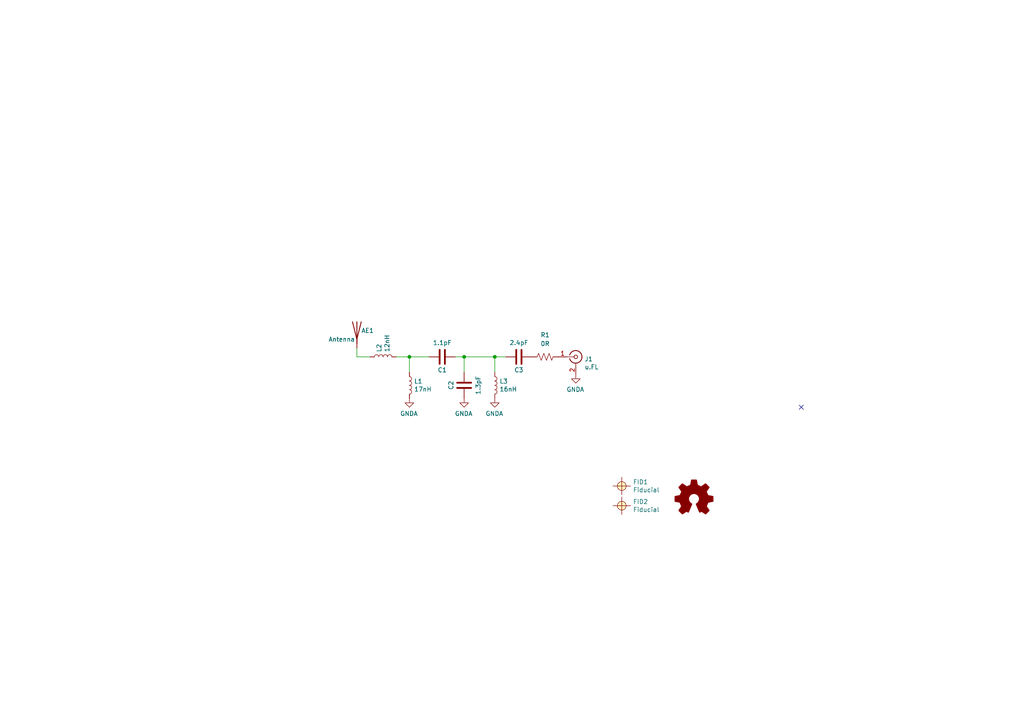
<source format=kicad_sch>
(kicad_sch (version 20211123) (generator eeschema)
  (paper "A4")
  (title_block (title "RUSP Antenna Board") (company "Sky's Edge"))
  (lib_symbols
    (symbol "Connector:Conn_Coaxial" (pin_names (offset 1.016) hide)
      (property "Reference" "J" (at 0.254 3.048 0))
      (property "Value" "Conn_Coaxial" (at 2.921 0 90))
      (symbol "Conn_Coaxial_0_1"
        (arc (start -1.778 -0.508) (mid 0.222 -1.808) (end 1.778 0) (stroke (width 0.254)))
        (polyline (pts (xy -2.54 0) (xy -0.508 0)))
        (polyline (pts (xy 0 -2.54) (xy 0 -1.778)))
        (circle (center 0 0) (radius 0.508) (stroke (width 0.2032)))
        (arc (start 1.778 0) (mid 0.222 1.8083) (end -1.778 0.508) (stroke (width 0.254)))
      )
      (symbol "Conn_Coaxial_1_1"
        (pin passive line (at -5.08 0 0) (length 2.54) (name "In") (number "1"))
        (pin passive line (at 0 -5.08 90) (length 2.54) (name "Ext") (number "2"))
      )
    )
    (symbol "Device:Antenna" (pin_numbers hide) (pin_names (offset 1.016) hide)
      (property "Reference" "AE" (at -1.905 1.905 0))
      (property "Value" "Antenna" (at -1.905 0 0))
      (symbol "Antenna_0_1"
        (polyline (pts (xy 0 2.54) (xy 0 -3.81)) (stroke (width 0.254)))
        (polyline (pts (xy 1.27 2.54) (xy 0 -2.54) (xy -1.27 2.54)) (stroke (width 0.254)))
      )
      (symbol "Antenna_1_1"
        (pin input line (at 0 -5.08 90) (length 2.54) (name "A") (number "1"))
      )
    )
    (symbol "Device:C" (pin_numbers hide) (pin_names (offset 0.254))
      (property "Reference" "C" (at 0.635 2.54 0))
      (property "Value" "C" (at 0.635 -2.54 0))
      (symbol "C_0_1"
        (polyline (pts (xy -2.032 -0.762) (xy 2.032 -0.762)) (stroke (width 0.508)))
        (polyline (pts (xy -2.032 0.762) (xy 2.032 0.762)) (stroke (width 0.508)))
      )
      (symbol "C_1_1"
        (pin passive line (at 0 3.81 270) (length 2.794) (name "~") (number "1"))
        (pin passive line (at 0 -3.81 90) (length 2.794) (name "~") (number "2"))
      )
    )
    (symbol "Device:L" (pin_numbers hide) (pin_names (offset 1.016) hide)
      (property "Reference" "L" (at -1.27 0 90))
      (property "Value" "L" (at 1.905 0 90))
      (symbol "L_0_1"
        (arc (start 0 -2.54) (mid 0.635 -1.905) (end 0 -1.27))
        (arc (start 0 -1.27) (mid 0.635 -0.635) (end 0 0))
        (arc (start 0 0) (mid 0.635 0.635) (end 0 1.27))
        (arc (start 0 1.27) (mid 0.635 1.905) (end 0 2.54))
      )
      (symbol "L_1_1"
        (pin passive line (at 0 3.81 270) (length 1.27) (name "1") (number "1"))
        (pin passive line (at 0 -3.81 90) (length 1.27) (name "2") (number "2"))
      )
    )
    (symbol "Device:R_US" (pin_numbers hide) (pin_names (offset 0))
      (property "Reference" "R" (at 2.54 0 90))
      (property "Value" "R_US" (at -2.54 0 90))
      (symbol "R_US_0_1"
        (polyline (pts (xy 0 -2.286) (xy 0 -2.54)))
        (polyline (pts (xy 0 2.286) (xy 0 2.54)))
        (polyline (pts (xy 0 -0.762) (xy 1.016 -1.143) (xy 0 -1.524) (xy -1.016 -1.905) (xy 0 -2.286)))
        (polyline (pts (xy 0 0.762) (xy 1.016 0.381) (xy 0 0) (xy -1.016 -0.381) (xy 0 -0.762)))
        (polyline (pts (xy 0 2.286) (xy 1.016 1.905) (xy 0 1.524) (xy -1.016 1.143) (xy 0 0.762)))
      )
      (symbol "R_US_1_1"
        (pin passive line (at 0 3.81 270) (length 1.27) (name "~") (number "1"))
        (pin passive line (at 0 -3.81 90) (length 1.27) (name "~") (number "2"))
      )
    )
    (symbol "Graphic:Logo_Open_Hardware_Small" (pin_names (offset 1.016))
      (symbol "Logo_Open_Hardware_Small_0_1"
        (polyline (pts (xy 3.3528 -4.3434) (xy 3.302 -4.318) (xy 3.175 -4.2418) (xy 2.9972 -4.1148) (xy 2.7686 -3.9624) (xy 2.54 -3.81) (xy 2.3622 -3.7084) (xy 2.2352 -3.6068) (xy 2.1844 -3.5814) (xy 2.159 -3.6068) (xy 2.0574 -3.6576) (xy 1.905 -3.7338) (xy 1.8034 -3.7846) (xy 1.6764 -3.8354) (xy 1.6002 -3.8354) (xy 1.6002 -3.8354) (xy 1.5494 -3.7338) (xy 1.4732 -3.5306) (xy 1.3462 -3.302) (xy 1.2446 -3.0226) (xy 1.1176 -2.7178) (xy 0.9652 -2.413) (xy 0.8636 -2.1082) (xy 0.7366 -1.8288) (xy 0.6604 -1.6256) (xy 0.6096 -1.4732) (xy 0.5842 -1.397) (xy 0.5842 -1.397) (xy 0.6604 -1.3208) (xy 0.7874 -1.2446) (xy 1.0414 -1.016) (xy 1.2954 -0.6858) (xy 1.4478 -0.3302) (xy 1.524 0.0762) (xy 1.4732 0.4572) (xy 1.3208 0.8128) (xy 1.0668 1.143) (xy 0.762 1.3716) (xy 0.4064 1.524) (xy 0 1.5748) (xy -0.381 1.5494) (xy -0.7366 1.397) (xy -1.0668 1.143) (xy -1.2192 0.9906) (xy -1.397 0.6604) (xy -1.524 0.3048) (xy -1.524 0.2286) (xy -1.4986 -0.1778) (xy -1.397 -0.5334) (xy -1.1938 -0.8636) (xy -0.9144 -1.143) (xy -0.8636 -1.1684) (xy -0.7366 -1.27) (xy -0.635 -1.3462) (xy -0.5842 -1.397) (xy -1.0668 -2.5908) (xy -1.143 -2.794) (xy -1.2954 -3.1242) (xy -1.397 -3.4036) (xy -1.4986 -3.6322) (xy -1.5748 -3.7846) (xy -1.6002 -3.8354) (xy -1.6002 -3.8354) (xy -1.651 -3.8354) (xy -1.7272 -3.81) (xy -1.905 -3.7338) (xy -2.0066 -3.683) (xy -2.1336 -3.6068) (xy -2.2098 -3.5814) (xy -2.2606 -3.6068) (xy -2.3622 -3.683) (xy -2.54 -3.81) (xy -2.7686 -3.9624) (xy -2.9718 -4.0894) (xy -3.1496 -4.2164) (xy -3.302 -4.318) (xy -3.3528 -4.3434) (xy -3.3782 -4.3434) (xy -3.429 -4.318) (xy -3.5306 -4.2164) (xy -3.7084 -4.064) (xy -3.937 -3.8354) (xy -3.9624 -3.81) (xy -4.1656 -3.6068) (xy -4.318 -3.4544) (xy -4.4196 -3.3274) (xy -4.445 -3.2766) (xy -4.445 -3.2766) (xy -4.4196 -3.2258) (xy -4.318 -3.0734) (xy -4.2164 -2.8956) (xy -4.064 -2.667) (xy -3.6576 -2.0828) (xy -3.8862 -1.5494) (xy -3.937 -1.3716) (xy -4.0386 -1.1684) (xy -4.0894 -1.0414) (xy -4.1148 -0.9652) (xy -4.191 -0.9398) (xy -4.318 -0.9144) (xy -4.5466 -0.8636) (xy -4.8006 -0.8128) (xy -5.0546 -0.7874) (xy -5.2578 -0.7366) (xy -5.4356 -0.7112) (xy -5.5118 -0.6858) (xy -5.5118 -0.6858) (xy -5.5372 -0.635) (xy -5.5372 -0.5588) (xy -5.5372 -0.4318) (xy -5.5626 -0.2286) (xy -5.5626 0.0762) (xy -5.5626 0.127) (xy -5.5372 0.4064) (xy -5.5372 0.635) (xy -5.5372 0.762) (xy -5.5372 0.8382) (xy -5.5372 0.8382) (xy -5.461 0.8382) (xy -5.3086 0.889) (xy -5.08 0.9144) (xy -4.826 0.9652) (xy -4.8006 0.9906) (xy -4.5466 1.0414) (xy -4.318 1.0668) (xy -4.1656 1.1176) (xy -4.0894 1.143) (xy -4.0894 1.143) (xy -4.0386 1.2446) (xy -3.9624 1.4224) (xy -3.8608 1.6256) (xy -3.7846 1.8288) (xy -3.7084 2.0066) (xy -3.6576 2.159) (xy -3.6322 2.2098) (xy -3.6322 2.2098) (xy -3.683 2.286) (xy -3.7592 2.413) (xy -3.8862 2.5908) (xy -4.064 2.8194) (xy -4.064 2.8448) (xy -4.2164 3.0734) (xy -4.3434 3.2512) (xy -4.4196 3.3782) (xy -4.445 3.4544) (xy -4.445 3.4544) (xy -4.3942 3.5052) (xy -4.2926 3.6322) (xy -4.1148 3.81) (xy -3.937 4.0132) (xy -3.8608 4.064) (xy -3.6576 4.2926) (xy -3.5052 4.4196) (xy -3.4036 4.4958) (xy -3.3528 4.5212) (xy -3.3528 4.5212) (xy -3.302 4.4704) (xy -3.1496 4.3688) (xy -2.9718 4.2418) (xy -2.7432 4.0894) (xy -2.7178 4.0894) (xy -2.4892 3.937) (xy -2.3114 3.81) (xy -2.1844 3.7084) (xy -2.1336 3.683) (xy -2.1082 3.683) (xy -2.032 3.7084) (xy -1.8542 3.7592) (xy -1.6764 3.8354) (xy -1.4732 3.937) (xy -1.27 4.0132) (xy -1.143 4.064) (xy -1.0668 4.1148) (xy -1.0668 4.1148) (xy -1.0414 4.191) (xy -1.016 4.3434) (xy -0.9652 4.572) (xy -0.9144 4.8514) (xy -0.889 4.9022) (xy -0.8382 5.1562) (xy -0.8128 5.3848) (xy -0.7874 5.5372) (xy -0.762 5.588) (xy -0.7112 5.6134) (xy -0.5842 5.6134) (xy -0.4064 5.6134) (xy -0.1524 5.6134) (xy 0.0762 5.6134) (xy 0.3302 5.6134) (xy 0.5334 5.6134) (xy 0.6858 5.588) (xy 0.7366 5.588) (xy 0.7366 5.588) (xy 0.762 5.5118) (xy 0.8128 5.334) (xy 0.8382 5.1054) (xy 0.9144 4.826) (xy 0.9144 4.7752) (xy 0.9652 4.5212) (xy 1.016 4.2926) (xy 1.0414 4.1402) (xy 1.0668 4.0894) (xy 1.0668 4.0894) (xy 1.1938 4.0386) (xy 1.3716 3.9624) (xy 1.5748 3.8608) (xy 2.0828 3.6576) (xy 2.7178 4.0894) (xy 2.7686 4.1402) (xy 2.9972 4.2926) (xy 3.175 4.4196) (xy 3.302 4.4958) (xy 3.3782 4.5212) (xy 3.3782 4.5212) (xy 3.429 4.4704) (xy 3.556 4.3434) (xy 3.7338 4.191) (xy 3.9116 3.9878) (xy 4.064 3.8354) (xy 4.2418 3.6576) (xy 4.3434 3.556) (xy 4.4196 3.4798) (xy 4.4196 3.429) (xy 4.4196 3.4036) (xy 4.3942 3.3274) (xy 4.2926 3.2004) (xy 4.1656 2.9972) (xy 4.0132 2.794) (xy 3.8862 2.5908) (xy 3.7592 2.3876) (xy 3.6576 2.2352) (xy 3.6322 2.159) (xy 3.6322 2.1336) (xy 3.683 2.0066) (xy 3.7592 1.8288) (xy 3.8608 1.6002) (xy 4.064 1.1176) (xy 4.3942 1.0414) (xy 4.5974 1.016) (xy 4.8768 0.9652) (xy 5.1308 0.9144) (xy 5.5372 0.8382) (xy 5.5626 -0.6604) (xy 5.4864 -0.6858) (xy 5.4356 -0.6858) (xy 5.2832 -0.7366) (xy 5.0546 -0.762) (xy 4.8006 -0.8128) (xy 4.5974 -0.8636) (xy 4.3688 -0.9144) (xy 4.2164 -0.9398) (xy 4.1402 -0.9398) (xy 4.1148 -0.9652) (xy 4.064 -1.0668) (xy 3.9878 -1.2446) (xy 3.9116 -1.4478) (xy 3.81 -1.651) (xy 3.7338 -1.8542) (xy 3.683 -2.0066) (xy 3.6576 -2.0828) (xy 3.683 -2.1336) (xy 3.7846 -2.2606) (xy 3.8862 -2.4638) (xy 4.0386 -2.667) (xy 4.191 -2.8956) (xy 4.318 -3.0734) (xy 4.3942 -3.2004) (xy 4.445 -3.2766) (xy 4.4196 -3.3274) (xy 4.3434 -3.429) (xy 4.1656 -3.5814) (xy 3.937 -3.8354) (xy 3.8862 -3.8608) (xy 3.683 -4.064) (xy 3.5306 -4.2164) (xy 3.4036 -4.318) (xy 3.3528 -4.3434)) (fill (type outline)))
      )
    )
    (symbol "MyLibrary:Fiducial" (pin_names (offset 1.016))
      (property "Reference" "FID" (at 0 -3.81 0))
      (property "Value" "MyLibrary_Fiducial" (at 0 3.81 0))
      (symbol "Fiducial_0_1"
        (polyline (pts (xy -2.54 0) (xy 2.54 0)))
        (polyline (pts (xy 0 -2.54) (xy 0 2.54)))
        (circle (center 0 0) (radius 1.27) (fill (type background)))
      )
    )
    (symbol "power:GNDA" (power) (pin_names (offset 0))
      (property "Value" "GNDA" (at 0 -3.81 0))
      (symbol "GNDA_0_1"
        (polyline (pts (xy 0 0) (xy 0 -1.27) (xy 1.27 -1.27) (xy 0 -2.54) (xy -1.27 -1.27) (xy 0 -1.27)))
      )
      (symbol "GNDA_1_1"
        (pin power_in line (at 0 0 270) (length 0) hide (name "GNDA") (number "1"))
      )
    )
  )
  (junction (at 134.62 103.505))
  (junction (at 118.745 103.505))
  (junction (at 143.51 103.505))
  (no_connect (at 232.41 118.11))
  (wire (pts (xy 143.51 107.95) (xy 143.51 103.505)))
  (wire (pts (xy 103.505 103.505) (xy 107.315 103.505)))
  (wire (pts (xy 118.745 103.505) (xy 124.46 103.505)))
  (wire (pts (xy 143.51 103.505) (xy 146.685 103.505)))
  (wire (pts (xy 134.62 103.505) (xy 143.51 103.505)))
  (wire (pts (xy 114.935 103.505) (xy 118.745 103.505)))
  (wire (pts (xy 103.505 100.965) (xy 103.505 103.505)))
  (wire (pts (xy 132.08 103.505) (xy 134.62 103.505)))
  (wire (pts (xy 118.745 103.505) (xy 118.745 107.95)))
  (wire (pts (xy 134.62 107.95) (xy 134.62 103.505)))
  (symbol (lib_id "Connector:Conn_Coaxial") (at 167.005 103.505 0) (unit 1)
    (property "Reference" "J1" (at 169.545 104.14 0) (effects (justify left)))
    (property "Value" "u.FL" (at 169.545 106.4514 0) (effects (justify left)))
    (property "Footprint" "Connector_Coaxial:U.FL_Molex_MCRF_73412-0110_Vertical" (effects hide))
    (property "Datasheet" " ~" (effects hide))
    (property "Mfg. Name" "Molex" (effects hide))
    (property "Mfg. Part No." "0734120110" (effects hide))
  )
  (symbol (lib_id "power:GNDA") (at 167.005 108.585 0) (mirror y) (unit 1)
    (property "Reference" "#PWR0101" (effects hide))
    (property "Value" "GNDA" (at 166.878 112.9792 0))
  )
  (symbol (lib_id "MyLibrary:Fiducial") (at 180.34 140.97 0) (unit 1) (in_bom no)
    (property "Reference" "FID1" (at 183.5912 139.8016 0) (effects (justify left)))
    (property "Value" "Fiducial" (at 183.5912 142.113 0) (effects (justify left)))
    (property "Footprint" "Fiducial:Fiducial_0.75mm_Dia_1.5mm_Outer" (effects hide))
  )
  (symbol (lib_id "MyLibrary:Fiducial") (at 180.34 146.685 0) (unit 1) (in_bom no)
    (property "Reference" "FID2" (at 183.5912 145.5166 0) (effects (justify left)))
    (property "Value" "Fiducial" (at 183.5912 147.828 0) (effects (justify left)))
    (property "Footprint" "Fiducial:Fiducial_0.75mm_Dia_1.5mm_Outer" (effects hide))
  )
  (symbol (lib_id "Graphic:Logo_Open_Hardware_Small") (at 201.295 144.78 0) (unit 1) (in_bom no)
    (property "Reference" "#LOGO1" (effects hide))
    (property "Value" "Logo_Open_Hardware_Small" (effects hide))
    (property "Footprint" "MyFootprints:SkysEdge_18mm" (effects hide))
  )
  (symbol (lib_id "Device:L") (at 118.745 111.76 0) (unit 1)
    (property "Reference" "L1" (at 120.0912 110.5916 0) (effects (justify left)))
    (property "Value" "17nH" (at 120.0912 112.903 0) (effects (justify left)))
    (property "Footprint" "Inductor_SMD:L_0603_1608Metric" (effects hide))
    (property "Mfg. Name" "Murata" (effects hide))
  )
  (symbol (lib_id "power:GNDA") (at 118.745 115.57 0) (mirror y) (unit 1)
    (property "Reference" "#PWR0104" (effects hide))
    (property "Value" "GNDA" (at 118.618 119.9642 0))
  )
  (symbol (lib_id "power:GNDA") (at 143.51 115.57 0) (mirror y) (unit 1)
    (property "Reference" "#PWR0103" (effects hide))
    (property "Value" "GNDA" (at 143.383 119.9642 0))
  )
  (symbol (lib_id "Device:C") (at 134.62 111.76 180) (unit 1)
    (property "Reference" "C2" (at 130.81 111.76 90))
    (property "Value" "1.3pF" (at 138.7094 111.76 90))
    (property "Footprint" "Capacitor_SMD:C_0603_1608Metric" (effects hide))
    (property "Mfg. Name" "Murata" (effects hide))
  )
  (symbol (lib_id "Device:C") (at 128.27 103.505 270) (unit 1)
    (property "Reference" "C1" (at 128.27 107.315 90))
    (property "Value" "1.1pF" (at 128.27 99.4156 90))
    (property "Footprint" "Capacitor_SMD:C_0603_1608Metric" (effects hide))
    (property "Mfg. Name" "Murata" (effects hide))
  )
  (symbol (lib_id "Device:R_US") (at 158.115 103.505 90) (unit 1)
    (property "Reference" "R1" (at 158.115 97.155 90))
    (property "Value" "0R" (at 158.115 99.695 90))
    (property "Footprint" "Resistor_SMD:R_0603_1608Metric" (effects hide))
  )
  (symbol (lib_id "Device:L") (at 143.51 111.76 0) (unit 1)
    (property "Reference" "L3" (at 144.8562 110.5916 0) (effects (justify left)))
    (property "Value" "16nH" (at 144.8562 112.903 0) (effects (justify left)))
    (property "Footprint" "Inductor_SMD:L_0603_1608Metric" (effects hide))
    (property "Mfg. Name" "Murata" (effects hide))
  )
  (symbol (lib_id "power:GNDA") (at 134.62 115.57 0) (mirror y) (unit 1)
    (property "Reference" "#PWR0102" (effects hide))
    (property "Value" "GNDA" (at 134.493 119.9642 0))
  )
  (symbol (lib_id "Device:C") (at 150.495 103.505 270) (unit 1)
    (property "Reference" "C3" (at 150.495 107.315 90))
    (property "Value" "2.4pF" (at 150.495 99.4156 90))
    (property "Footprint" "Capacitor_SMD:C_0603_1608Metric" (effects hide))
    (property "Mfg. Name" "Murata" (effects hide))
  )
  (symbol (lib_id "Device:L") (at 111.125 103.505 90) (unit 1)
    (property "Reference" "L2" (at 109.9566 102.1588 0) (effects (justify left)))
    (property "Value" "12nH" (at 112.268 102.1588 0) (effects (justify left)))
    (property "Footprint" "Inductor_SMD:L_0603_1608Metric" (effects hide))
    (property "Mfg. Name" "Murata" (effects hide))
  )
  (symbol (lib_id "Device:Antenna") (at 103.505 95.885 0) (unit 1)
    (property "Reference" "AE1" (at 104.775 95.8849 0) (effects (justify left)))
    (property "Value" "Antenna" (at 95.25 98.4249 0) (effects (justify left)))
    (property "Footprint" "MyFootprints:Antenna_Ignion_OnemXtend_NN02-201" (effects hide))
    (property "Mfg. Part. No." "NN-02-201" (effects hide))
    (property "Mfg. Name" "Ignion" (effects hide))
  )
)
</source>
